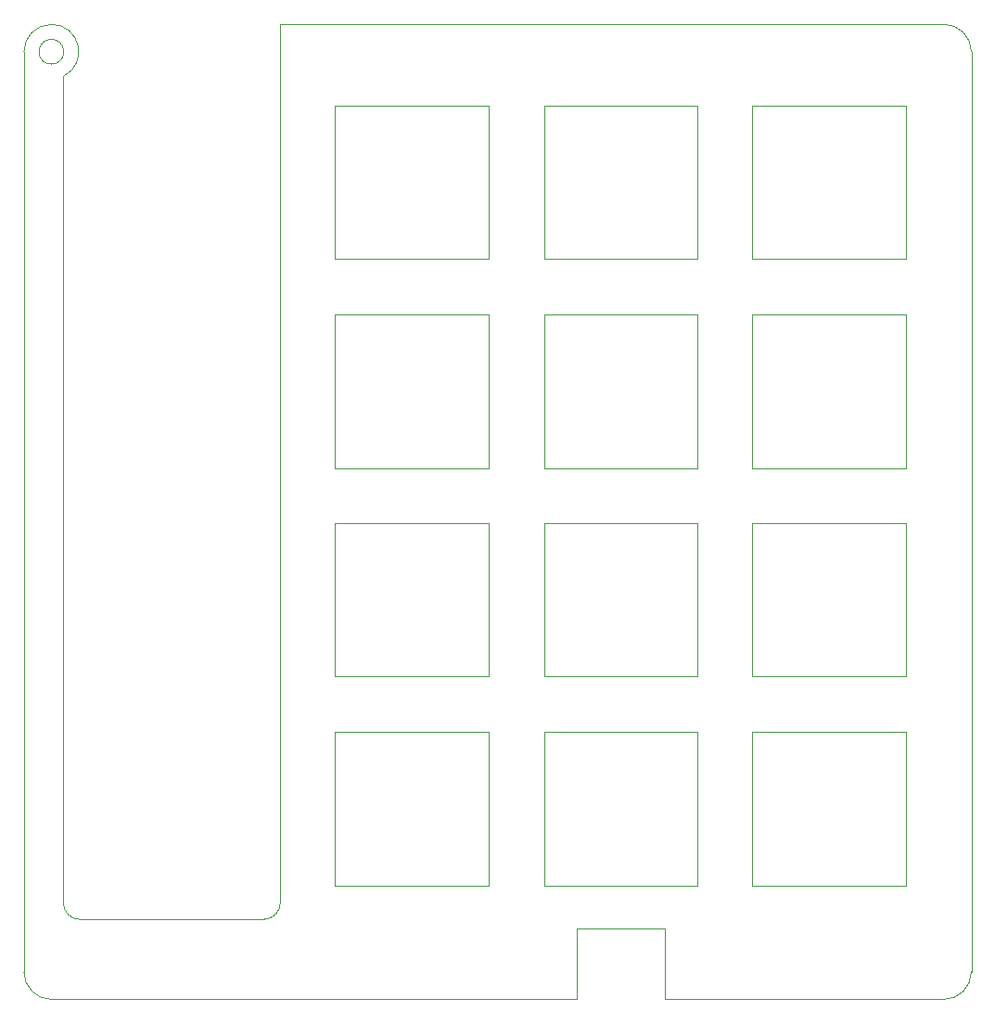
<source format=gbr>
%TF.GenerationSoftware,KiCad,Pcbnew,(6.0.11-0)*%
%TF.CreationDate,2023-02-16T11:14:49+00:00*%
%TF.ProjectId,fauxmac-plus-plate,66617578-6d61-4632-9d70-6c75732d706c,rev?*%
%TF.SameCoordinates,Original*%
%TF.FileFunction,Profile,NP*%
%FSLAX46Y46*%
G04 Gerber Fmt 4.6, Leading zero omitted, Abs format (unit mm)*
G04 Created by KiCad (PCBNEW (6.0.11-0)) date 2023-02-16 11:14:49*
%MOMM*%
%LPD*%
G01*
G04 APERTURE LIST*
%TA.AperFunction,Profile*%
%ADD10C,0.050000*%
%TD*%
G04 APERTURE END LIST*
D10*
X174500000Y-115000000D02*
X126500000Y-115000000D01*
X182500000Y-115000000D02*
X208000000Y-115000000D01*
X182500000Y-108500000D02*
X182500000Y-115000000D01*
X178500000Y-108500000D02*
X182500000Y-108500000D01*
X174500000Y-108500000D02*
X178500000Y-108500000D01*
X174500000Y-115000000D02*
X174500000Y-108500000D01*
X210500000Y-112500000D02*
X210500000Y-28500000D01*
X124000000Y-28500000D02*
X124000000Y-112500000D01*
X152400000Y-33400000D02*
X166400000Y-33400000D01*
X166400000Y-33400000D02*
X166400000Y-47400000D01*
X166400000Y-47400000D02*
X152400000Y-47400000D01*
X152400000Y-47400000D02*
X152400000Y-33400000D01*
X124000000Y-112500000D02*
G75*
G03*
X126500000Y-115000000I2500000J0D01*
G01*
X152400000Y-71500000D02*
X166400000Y-71500000D01*
X166400000Y-71500000D02*
X166400000Y-85500000D01*
X166400000Y-85500000D02*
X152400000Y-85500000D01*
X152400000Y-85500000D02*
X152400000Y-71500000D01*
X126500000Y-26000000D02*
G75*
G03*
X124000000Y-28500000I0J-2500000D01*
G01*
X145900000Y-107700000D02*
G75*
G03*
X147400000Y-106200000I0J1500000D01*
G01*
X127600000Y-30800000D02*
X127618034Y-30736068D01*
X171500000Y-52500000D02*
X185500000Y-52500000D01*
X185500000Y-52500000D02*
X185500000Y-66500000D01*
X185500000Y-66500000D02*
X171500000Y-66500000D01*
X171500000Y-66500000D02*
X171500000Y-52500000D01*
X129100000Y-107700000D02*
X145900000Y-107700000D01*
X127600000Y-106200000D02*
X127600000Y-30800000D01*
X171500000Y-71500000D02*
X185500000Y-71500000D01*
X185500000Y-71500000D02*
X185500000Y-85500000D01*
X185500000Y-85500000D02*
X171500000Y-85500000D01*
X171500000Y-85500000D02*
X171500000Y-71500000D01*
X127600000Y-106200000D02*
G75*
G03*
X129100000Y-107700000I1500000J0D01*
G01*
X190500000Y-52500000D02*
X204500000Y-52500000D01*
X204500000Y-52500000D02*
X204500000Y-66500000D01*
X204500000Y-66500000D02*
X190500000Y-66500000D01*
X190500000Y-66500000D02*
X190500000Y-52500000D01*
X171500000Y-33400000D02*
X185500000Y-33400000D01*
X185500000Y-33400000D02*
X185500000Y-47400000D01*
X185500000Y-47400000D02*
X171500000Y-47400000D01*
X171500000Y-47400000D02*
X171500000Y-33400000D01*
X152400000Y-52500000D02*
X166400000Y-52500000D01*
X166400000Y-52500000D02*
X166400000Y-66500000D01*
X166400000Y-66500000D02*
X152400000Y-66500000D01*
X152400000Y-66500000D02*
X152400000Y-52500000D01*
X171500000Y-90600000D02*
X185500000Y-90600000D01*
X185500000Y-90600000D02*
X185500000Y-104600000D01*
X185500000Y-104600000D02*
X171500000Y-104600000D01*
X171500000Y-104600000D02*
X171500000Y-90600000D01*
X208000000Y-115000000D02*
G75*
G03*
X210500000Y-112500000I0J2500000D01*
G01*
X210500000Y-28500000D02*
G75*
G03*
X208000000Y-26000000I-2500000J0D01*
G01*
X147400000Y-26000000D02*
X148200000Y-26000000D01*
X190500000Y-90600000D02*
X204500000Y-90600000D01*
X204500000Y-90600000D02*
X204500000Y-104600000D01*
X204500000Y-104600000D02*
X190500000Y-104600000D01*
X190500000Y-104600000D02*
X190500000Y-90600000D01*
X190500000Y-71500000D02*
X204500000Y-71500000D01*
X204500000Y-71500000D02*
X204500000Y-85500000D01*
X204500000Y-85500000D02*
X190500000Y-85500000D01*
X190500000Y-85500000D02*
X190500000Y-71500000D01*
X147400000Y-106200000D02*
X147400000Y-26000000D01*
X127618034Y-30736068D02*
G75*
G03*
X126500000Y-26000000I-1118034J2236068D01*
G01*
X127631371Y-28500000D02*
G75*
G03*
X127631371Y-28500000I-1131371J0D01*
G01*
X152400000Y-90600000D02*
X166400000Y-90600000D01*
X166400000Y-90600000D02*
X166400000Y-104600000D01*
X166400000Y-104600000D02*
X152400000Y-104600000D01*
X152400000Y-104600000D02*
X152400000Y-90600000D01*
X190500000Y-33400000D02*
X204500000Y-33400000D01*
X204500000Y-33400000D02*
X204500000Y-47400000D01*
X204500000Y-47400000D02*
X190500000Y-47400000D01*
X190500000Y-47400000D02*
X190500000Y-33400000D01*
X148200000Y-26000000D02*
X208000000Y-26000000D01*
M02*

</source>
